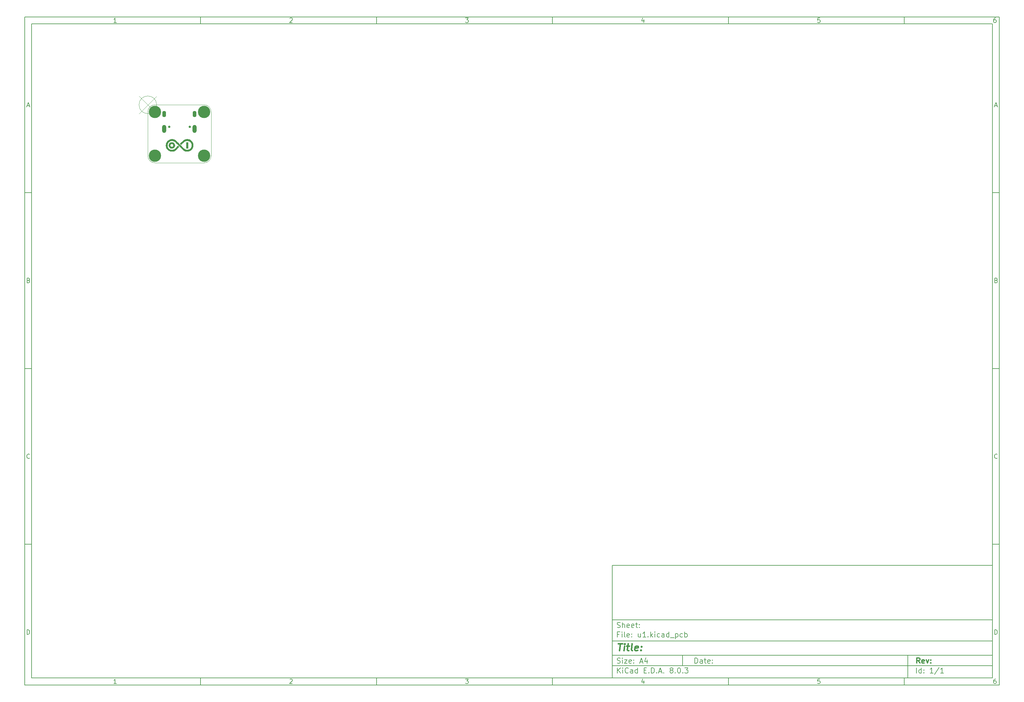
<source format=gbs>
%TF.GenerationSoftware,KiCad,Pcbnew,8.0.3*%
%TF.CreationDate,2024-08-04T17:04:02+08:00*%
%TF.ProjectId,u1,75312e6b-6963-4616-945f-706362585858,rev?*%
%TF.SameCoordinates,PX2aea540PY2160ec0*%
%TF.FileFunction,Soldermask,Bot*%
%TF.FilePolarity,Negative*%
%FSLAX46Y46*%
G04 Gerber Fmt 4.6, Leading zero omitted, Abs format (unit mm)*
G04 Created by KiCad (PCBNEW 8.0.3) date 2024-08-04 17:04:02*
%MOMM*%
%LPD*%
G01*
G04 APERTURE LIST*
%ADD10C,0.100000*%
%ADD11C,0.150000*%
%ADD12C,0.300000*%
%ADD13C,0.400000*%
%ADD14C,0.010000*%
%ADD15C,3.500000*%
%ADD16C,0.650000*%
%ADD17O,1.200000X2.300000*%
%ADD18O,1.100000X1.800000*%
%TA.AperFunction,Profile*%
%ADD19C,0.050000*%
%TD*%
G04 APERTURE END LIST*
D10*
D11*
X132002200Y-131007200D02*
X240002200Y-131007200D01*
X240002200Y-163007200D01*
X132002200Y-163007200D01*
X132002200Y-131007200D01*
D10*
D11*
X-35000000Y25000000D02*
X242002200Y25000000D01*
X242002200Y-165007200D01*
X-35000000Y-165007200D01*
X-35000000Y25000000D01*
D10*
D11*
X-33000000Y23000000D02*
X240002200Y23000000D01*
X240002200Y-163007200D01*
X-33000000Y-163007200D01*
X-33000000Y23000000D01*
D10*
D11*
X15000000Y23000000D02*
X15000000Y25000000D01*
D10*
D11*
X65000000Y23000000D02*
X65000000Y25000000D01*
D10*
D11*
X115000000Y23000000D02*
X115000000Y25000000D01*
D10*
D11*
X165000000Y23000000D02*
X165000000Y25000000D01*
D10*
D11*
X215000000Y23000000D02*
X215000000Y25000000D01*
D10*
D11*
X-8910840Y23406396D02*
X-9653697Y23406396D01*
X-9282269Y23406396D02*
X-9282269Y24706396D01*
X-9282269Y24706396D02*
X-9406078Y24520681D01*
X-9406078Y24520681D02*
X-9529888Y24396872D01*
X-9529888Y24396872D02*
X-9653697Y24334967D01*
D10*
D11*
X40346303Y24582586D02*
X40408207Y24644491D01*
X40408207Y24644491D02*
X40532017Y24706396D01*
X40532017Y24706396D02*
X40841541Y24706396D01*
X40841541Y24706396D02*
X40965350Y24644491D01*
X40965350Y24644491D02*
X41027255Y24582586D01*
X41027255Y24582586D02*
X41089160Y24458777D01*
X41089160Y24458777D02*
X41089160Y24334967D01*
X41089160Y24334967D02*
X41027255Y24149253D01*
X41027255Y24149253D02*
X40284398Y23406396D01*
X40284398Y23406396D02*
X41089160Y23406396D01*
D10*
D11*
X90284398Y24706396D02*
X91089160Y24706396D01*
X91089160Y24706396D02*
X90655826Y24211158D01*
X90655826Y24211158D02*
X90841541Y24211158D01*
X90841541Y24211158D02*
X90965350Y24149253D01*
X90965350Y24149253D02*
X91027255Y24087348D01*
X91027255Y24087348D02*
X91089160Y23963539D01*
X91089160Y23963539D02*
X91089160Y23654015D01*
X91089160Y23654015D02*
X91027255Y23530205D01*
X91027255Y23530205D02*
X90965350Y23468300D01*
X90965350Y23468300D02*
X90841541Y23406396D01*
X90841541Y23406396D02*
X90470112Y23406396D01*
X90470112Y23406396D02*
X90346303Y23468300D01*
X90346303Y23468300D02*
X90284398Y23530205D01*
D10*
D11*
X140965350Y24273062D02*
X140965350Y23406396D01*
X140655826Y24768300D02*
X140346303Y23839729D01*
X140346303Y23839729D02*
X141151064Y23839729D01*
D10*
D11*
X191027255Y24706396D02*
X190408207Y24706396D01*
X190408207Y24706396D02*
X190346303Y24087348D01*
X190346303Y24087348D02*
X190408207Y24149253D01*
X190408207Y24149253D02*
X190532017Y24211158D01*
X190532017Y24211158D02*
X190841541Y24211158D01*
X190841541Y24211158D02*
X190965350Y24149253D01*
X190965350Y24149253D02*
X191027255Y24087348D01*
X191027255Y24087348D02*
X191089160Y23963539D01*
X191089160Y23963539D02*
X191089160Y23654015D01*
X191089160Y23654015D02*
X191027255Y23530205D01*
X191027255Y23530205D02*
X190965350Y23468300D01*
X190965350Y23468300D02*
X190841541Y23406396D01*
X190841541Y23406396D02*
X190532017Y23406396D01*
X190532017Y23406396D02*
X190408207Y23468300D01*
X190408207Y23468300D02*
X190346303Y23530205D01*
D10*
D11*
X240965350Y24706396D02*
X240717731Y24706396D01*
X240717731Y24706396D02*
X240593922Y24644491D01*
X240593922Y24644491D02*
X240532017Y24582586D01*
X240532017Y24582586D02*
X240408207Y24396872D01*
X240408207Y24396872D02*
X240346303Y24149253D01*
X240346303Y24149253D02*
X240346303Y23654015D01*
X240346303Y23654015D02*
X240408207Y23530205D01*
X240408207Y23530205D02*
X240470112Y23468300D01*
X240470112Y23468300D02*
X240593922Y23406396D01*
X240593922Y23406396D02*
X240841541Y23406396D01*
X240841541Y23406396D02*
X240965350Y23468300D01*
X240965350Y23468300D02*
X241027255Y23530205D01*
X241027255Y23530205D02*
X241089160Y23654015D01*
X241089160Y23654015D02*
X241089160Y23963539D01*
X241089160Y23963539D02*
X241027255Y24087348D01*
X241027255Y24087348D02*
X240965350Y24149253D01*
X240965350Y24149253D02*
X240841541Y24211158D01*
X240841541Y24211158D02*
X240593922Y24211158D01*
X240593922Y24211158D02*
X240470112Y24149253D01*
X240470112Y24149253D02*
X240408207Y24087348D01*
X240408207Y24087348D02*
X240346303Y23963539D01*
D10*
D11*
X15000000Y-163007200D02*
X15000000Y-165007200D01*
D10*
D11*
X65000000Y-163007200D02*
X65000000Y-165007200D01*
D10*
D11*
X115000000Y-163007200D02*
X115000000Y-165007200D01*
D10*
D11*
X165000000Y-163007200D02*
X165000000Y-165007200D01*
D10*
D11*
X215000000Y-163007200D02*
X215000000Y-165007200D01*
D10*
D11*
X-8910840Y-164600804D02*
X-9653697Y-164600804D01*
X-9282269Y-164600804D02*
X-9282269Y-163300804D01*
X-9282269Y-163300804D02*
X-9406078Y-163486519D01*
X-9406078Y-163486519D02*
X-9529888Y-163610328D01*
X-9529888Y-163610328D02*
X-9653697Y-163672233D01*
D10*
D11*
X40346303Y-163424614D02*
X40408207Y-163362709D01*
X40408207Y-163362709D02*
X40532017Y-163300804D01*
X40532017Y-163300804D02*
X40841541Y-163300804D01*
X40841541Y-163300804D02*
X40965350Y-163362709D01*
X40965350Y-163362709D02*
X41027255Y-163424614D01*
X41027255Y-163424614D02*
X41089160Y-163548423D01*
X41089160Y-163548423D02*
X41089160Y-163672233D01*
X41089160Y-163672233D02*
X41027255Y-163857947D01*
X41027255Y-163857947D02*
X40284398Y-164600804D01*
X40284398Y-164600804D02*
X41089160Y-164600804D01*
D10*
D11*
X90284398Y-163300804D02*
X91089160Y-163300804D01*
X91089160Y-163300804D02*
X90655826Y-163796042D01*
X90655826Y-163796042D02*
X90841541Y-163796042D01*
X90841541Y-163796042D02*
X90965350Y-163857947D01*
X90965350Y-163857947D02*
X91027255Y-163919852D01*
X91027255Y-163919852D02*
X91089160Y-164043661D01*
X91089160Y-164043661D02*
X91089160Y-164353185D01*
X91089160Y-164353185D02*
X91027255Y-164476995D01*
X91027255Y-164476995D02*
X90965350Y-164538900D01*
X90965350Y-164538900D02*
X90841541Y-164600804D01*
X90841541Y-164600804D02*
X90470112Y-164600804D01*
X90470112Y-164600804D02*
X90346303Y-164538900D01*
X90346303Y-164538900D02*
X90284398Y-164476995D01*
D10*
D11*
X140965350Y-163734138D02*
X140965350Y-164600804D01*
X140655826Y-163238900D02*
X140346303Y-164167471D01*
X140346303Y-164167471D02*
X141151064Y-164167471D01*
D10*
D11*
X191027255Y-163300804D02*
X190408207Y-163300804D01*
X190408207Y-163300804D02*
X190346303Y-163919852D01*
X190346303Y-163919852D02*
X190408207Y-163857947D01*
X190408207Y-163857947D02*
X190532017Y-163796042D01*
X190532017Y-163796042D02*
X190841541Y-163796042D01*
X190841541Y-163796042D02*
X190965350Y-163857947D01*
X190965350Y-163857947D02*
X191027255Y-163919852D01*
X191027255Y-163919852D02*
X191089160Y-164043661D01*
X191089160Y-164043661D02*
X191089160Y-164353185D01*
X191089160Y-164353185D02*
X191027255Y-164476995D01*
X191027255Y-164476995D02*
X190965350Y-164538900D01*
X190965350Y-164538900D02*
X190841541Y-164600804D01*
X190841541Y-164600804D02*
X190532017Y-164600804D01*
X190532017Y-164600804D02*
X190408207Y-164538900D01*
X190408207Y-164538900D02*
X190346303Y-164476995D01*
D10*
D11*
X240965350Y-163300804D02*
X240717731Y-163300804D01*
X240717731Y-163300804D02*
X240593922Y-163362709D01*
X240593922Y-163362709D02*
X240532017Y-163424614D01*
X240532017Y-163424614D02*
X240408207Y-163610328D01*
X240408207Y-163610328D02*
X240346303Y-163857947D01*
X240346303Y-163857947D02*
X240346303Y-164353185D01*
X240346303Y-164353185D02*
X240408207Y-164476995D01*
X240408207Y-164476995D02*
X240470112Y-164538900D01*
X240470112Y-164538900D02*
X240593922Y-164600804D01*
X240593922Y-164600804D02*
X240841541Y-164600804D01*
X240841541Y-164600804D02*
X240965350Y-164538900D01*
X240965350Y-164538900D02*
X241027255Y-164476995D01*
X241027255Y-164476995D02*
X241089160Y-164353185D01*
X241089160Y-164353185D02*
X241089160Y-164043661D01*
X241089160Y-164043661D02*
X241027255Y-163919852D01*
X241027255Y-163919852D02*
X240965350Y-163857947D01*
X240965350Y-163857947D02*
X240841541Y-163796042D01*
X240841541Y-163796042D02*
X240593922Y-163796042D01*
X240593922Y-163796042D02*
X240470112Y-163857947D01*
X240470112Y-163857947D02*
X240408207Y-163919852D01*
X240408207Y-163919852D02*
X240346303Y-164043661D01*
D10*
D11*
X-35000000Y-25000000D02*
X-33000000Y-25000000D01*
D10*
D11*
X-35000000Y-75000000D02*
X-33000000Y-75000000D01*
D10*
D11*
X-35000000Y-125000000D02*
X-33000000Y-125000000D01*
D10*
D11*
X-34309524Y-222176D02*
X-33690477Y-222176D01*
X-34433334Y-593604D02*
X-34000001Y706396D01*
X-34000001Y706396D02*
X-33566667Y-593604D01*
D10*
D11*
X-33907143Y-49912652D02*
X-33721429Y-49974557D01*
X-33721429Y-49974557D02*
X-33659524Y-50036461D01*
X-33659524Y-50036461D02*
X-33597620Y-50160271D01*
X-33597620Y-50160271D02*
X-33597620Y-50345985D01*
X-33597620Y-50345985D02*
X-33659524Y-50469795D01*
X-33659524Y-50469795D02*
X-33721429Y-50531700D01*
X-33721429Y-50531700D02*
X-33845239Y-50593604D01*
X-33845239Y-50593604D02*
X-34340477Y-50593604D01*
X-34340477Y-50593604D02*
X-34340477Y-49293604D01*
X-34340477Y-49293604D02*
X-33907143Y-49293604D01*
X-33907143Y-49293604D02*
X-33783334Y-49355509D01*
X-33783334Y-49355509D02*
X-33721429Y-49417414D01*
X-33721429Y-49417414D02*
X-33659524Y-49541223D01*
X-33659524Y-49541223D02*
X-33659524Y-49665033D01*
X-33659524Y-49665033D02*
X-33721429Y-49788842D01*
X-33721429Y-49788842D02*
X-33783334Y-49850747D01*
X-33783334Y-49850747D02*
X-33907143Y-49912652D01*
X-33907143Y-49912652D02*
X-34340477Y-49912652D01*
D10*
D11*
X-33597620Y-100469795D02*
X-33659524Y-100531700D01*
X-33659524Y-100531700D02*
X-33845239Y-100593604D01*
X-33845239Y-100593604D02*
X-33969048Y-100593604D01*
X-33969048Y-100593604D02*
X-34154762Y-100531700D01*
X-34154762Y-100531700D02*
X-34278572Y-100407890D01*
X-34278572Y-100407890D02*
X-34340477Y-100284080D01*
X-34340477Y-100284080D02*
X-34402381Y-100036461D01*
X-34402381Y-100036461D02*
X-34402381Y-99850747D01*
X-34402381Y-99850747D02*
X-34340477Y-99603128D01*
X-34340477Y-99603128D02*
X-34278572Y-99479319D01*
X-34278572Y-99479319D02*
X-34154762Y-99355509D01*
X-34154762Y-99355509D02*
X-33969048Y-99293604D01*
X-33969048Y-99293604D02*
X-33845239Y-99293604D01*
X-33845239Y-99293604D02*
X-33659524Y-99355509D01*
X-33659524Y-99355509D02*
X-33597620Y-99417414D01*
D10*
D11*
X-34340477Y-150593604D02*
X-34340477Y-149293604D01*
X-34340477Y-149293604D02*
X-34030953Y-149293604D01*
X-34030953Y-149293604D02*
X-33845239Y-149355509D01*
X-33845239Y-149355509D02*
X-33721429Y-149479319D01*
X-33721429Y-149479319D02*
X-33659524Y-149603128D01*
X-33659524Y-149603128D02*
X-33597620Y-149850747D01*
X-33597620Y-149850747D02*
X-33597620Y-150036461D01*
X-33597620Y-150036461D02*
X-33659524Y-150284080D01*
X-33659524Y-150284080D02*
X-33721429Y-150407890D01*
X-33721429Y-150407890D02*
X-33845239Y-150531700D01*
X-33845239Y-150531700D02*
X-34030953Y-150593604D01*
X-34030953Y-150593604D02*
X-34340477Y-150593604D01*
D10*
D11*
X242002200Y-25000000D02*
X240002200Y-25000000D01*
D10*
D11*
X242002200Y-75000000D02*
X240002200Y-75000000D01*
D10*
D11*
X242002200Y-125000000D02*
X240002200Y-125000000D01*
D10*
D11*
X240692676Y-222176D02*
X241311723Y-222176D01*
X240568866Y-593604D02*
X241002199Y706396D01*
X241002199Y706396D02*
X241435533Y-593604D01*
D10*
D11*
X241095057Y-49912652D02*
X241280771Y-49974557D01*
X241280771Y-49974557D02*
X241342676Y-50036461D01*
X241342676Y-50036461D02*
X241404580Y-50160271D01*
X241404580Y-50160271D02*
X241404580Y-50345985D01*
X241404580Y-50345985D02*
X241342676Y-50469795D01*
X241342676Y-50469795D02*
X241280771Y-50531700D01*
X241280771Y-50531700D02*
X241156961Y-50593604D01*
X241156961Y-50593604D02*
X240661723Y-50593604D01*
X240661723Y-50593604D02*
X240661723Y-49293604D01*
X240661723Y-49293604D02*
X241095057Y-49293604D01*
X241095057Y-49293604D02*
X241218866Y-49355509D01*
X241218866Y-49355509D02*
X241280771Y-49417414D01*
X241280771Y-49417414D02*
X241342676Y-49541223D01*
X241342676Y-49541223D02*
X241342676Y-49665033D01*
X241342676Y-49665033D02*
X241280771Y-49788842D01*
X241280771Y-49788842D02*
X241218866Y-49850747D01*
X241218866Y-49850747D02*
X241095057Y-49912652D01*
X241095057Y-49912652D02*
X240661723Y-49912652D01*
D10*
D11*
X241404580Y-100469795D02*
X241342676Y-100531700D01*
X241342676Y-100531700D02*
X241156961Y-100593604D01*
X241156961Y-100593604D02*
X241033152Y-100593604D01*
X241033152Y-100593604D02*
X240847438Y-100531700D01*
X240847438Y-100531700D02*
X240723628Y-100407890D01*
X240723628Y-100407890D02*
X240661723Y-100284080D01*
X240661723Y-100284080D02*
X240599819Y-100036461D01*
X240599819Y-100036461D02*
X240599819Y-99850747D01*
X240599819Y-99850747D02*
X240661723Y-99603128D01*
X240661723Y-99603128D02*
X240723628Y-99479319D01*
X240723628Y-99479319D02*
X240847438Y-99355509D01*
X240847438Y-99355509D02*
X241033152Y-99293604D01*
X241033152Y-99293604D02*
X241156961Y-99293604D01*
X241156961Y-99293604D02*
X241342676Y-99355509D01*
X241342676Y-99355509D02*
X241404580Y-99417414D01*
D10*
D11*
X240661723Y-150593604D02*
X240661723Y-149293604D01*
X240661723Y-149293604D02*
X240971247Y-149293604D01*
X240971247Y-149293604D02*
X241156961Y-149355509D01*
X241156961Y-149355509D02*
X241280771Y-149479319D01*
X241280771Y-149479319D02*
X241342676Y-149603128D01*
X241342676Y-149603128D02*
X241404580Y-149850747D01*
X241404580Y-149850747D02*
X241404580Y-150036461D01*
X241404580Y-150036461D02*
X241342676Y-150284080D01*
X241342676Y-150284080D02*
X241280771Y-150407890D01*
X241280771Y-150407890D02*
X241156961Y-150531700D01*
X241156961Y-150531700D02*
X240971247Y-150593604D01*
X240971247Y-150593604D02*
X240661723Y-150593604D01*
D10*
D11*
X155458026Y-158793328D02*
X155458026Y-157293328D01*
X155458026Y-157293328D02*
X155815169Y-157293328D01*
X155815169Y-157293328D02*
X156029455Y-157364757D01*
X156029455Y-157364757D02*
X156172312Y-157507614D01*
X156172312Y-157507614D02*
X156243741Y-157650471D01*
X156243741Y-157650471D02*
X156315169Y-157936185D01*
X156315169Y-157936185D02*
X156315169Y-158150471D01*
X156315169Y-158150471D02*
X156243741Y-158436185D01*
X156243741Y-158436185D02*
X156172312Y-158579042D01*
X156172312Y-158579042D02*
X156029455Y-158721900D01*
X156029455Y-158721900D02*
X155815169Y-158793328D01*
X155815169Y-158793328D02*
X155458026Y-158793328D01*
X157600884Y-158793328D02*
X157600884Y-158007614D01*
X157600884Y-158007614D02*
X157529455Y-157864757D01*
X157529455Y-157864757D02*
X157386598Y-157793328D01*
X157386598Y-157793328D02*
X157100884Y-157793328D01*
X157100884Y-157793328D02*
X156958026Y-157864757D01*
X157600884Y-158721900D02*
X157458026Y-158793328D01*
X157458026Y-158793328D02*
X157100884Y-158793328D01*
X157100884Y-158793328D02*
X156958026Y-158721900D01*
X156958026Y-158721900D02*
X156886598Y-158579042D01*
X156886598Y-158579042D02*
X156886598Y-158436185D01*
X156886598Y-158436185D02*
X156958026Y-158293328D01*
X156958026Y-158293328D02*
X157100884Y-158221900D01*
X157100884Y-158221900D02*
X157458026Y-158221900D01*
X157458026Y-158221900D02*
X157600884Y-158150471D01*
X158100884Y-157793328D02*
X158672312Y-157793328D01*
X158315169Y-157293328D02*
X158315169Y-158579042D01*
X158315169Y-158579042D02*
X158386598Y-158721900D01*
X158386598Y-158721900D02*
X158529455Y-158793328D01*
X158529455Y-158793328D02*
X158672312Y-158793328D01*
X159743741Y-158721900D02*
X159600884Y-158793328D01*
X159600884Y-158793328D02*
X159315170Y-158793328D01*
X159315170Y-158793328D02*
X159172312Y-158721900D01*
X159172312Y-158721900D02*
X159100884Y-158579042D01*
X159100884Y-158579042D02*
X159100884Y-158007614D01*
X159100884Y-158007614D02*
X159172312Y-157864757D01*
X159172312Y-157864757D02*
X159315170Y-157793328D01*
X159315170Y-157793328D02*
X159600884Y-157793328D01*
X159600884Y-157793328D02*
X159743741Y-157864757D01*
X159743741Y-157864757D02*
X159815170Y-158007614D01*
X159815170Y-158007614D02*
X159815170Y-158150471D01*
X159815170Y-158150471D02*
X159100884Y-158293328D01*
X160458026Y-158650471D02*
X160529455Y-158721900D01*
X160529455Y-158721900D02*
X160458026Y-158793328D01*
X160458026Y-158793328D02*
X160386598Y-158721900D01*
X160386598Y-158721900D02*
X160458026Y-158650471D01*
X160458026Y-158650471D02*
X160458026Y-158793328D01*
X160458026Y-157864757D02*
X160529455Y-157936185D01*
X160529455Y-157936185D02*
X160458026Y-158007614D01*
X160458026Y-158007614D02*
X160386598Y-157936185D01*
X160386598Y-157936185D02*
X160458026Y-157864757D01*
X160458026Y-157864757D02*
X160458026Y-158007614D01*
D10*
D11*
X132002200Y-159507200D02*
X240002200Y-159507200D01*
D10*
D11*
X133458026Y-161593328D02*
X133458026Y-160093328D01*
X134315169Y-161593328D02*
X133672312Y-160736185D01*
X134315169Y-160093328D02*
X133458026Y-160950471D01*
X134958026Y-161593328D02*
X134958026Y-160593328D01*
X134958026Y-160093328D02*
X134886598Y-160164757D01*
X134886598Y-160164757D02*
X134958026Y-160236185D01*
X134958026Y-160236185D02*
X135029455Y-160164757D01*
X135029455Y-160164757D02*
X134958026Y-160093328D01*
X134958026Y-160093328D02*
X134958026Y-160236185D01*
X136529455Y-161450471D02*
X136458027Y-161521900D01*
X136458027Y-161521900D02*
X136243741Y-161593328D01*
X136243741Y-161593328D02*
X136100884Y-161593328D01*
X136100884Y-161593328D02*
X135886598Y-161521900D01*
X135886598Y-161521900D02*
X135743741Y-161379042D01*
X135743741Y-161379042D02*
X135672312Y-161236185D01*
X135672312Y-161236185D02*
X135600884Y-160950471D01*
X135600884Y-160950471D02*
X135600884Y-160736185D01*
X135600884Y-160736185D02*
X135672312Y-160450471D01*
X135672312Y-160450471D02*
X135743741Y-160307614D01*
X135743741Y-160307614D02*
X135886598Y-160164757D01*
X135886598Y-160164757D02*
X136100884Y-160093328D01*
X136100884Y-160093328D02*
X136243741Y-160093328D01*
X136243741Y-160093328D02*
X136458027Y-160164757D01*
X136458027Y-160164757D02*
X136529455Y-160236185D01*
X137815170Y-161593328D02*
X137815170Y-160807614D01*
X137815170Y-160807614D02*
X137743741Y-160664757D01*
X137743741Y-160664757D02*
X137600884Y-160593328D01*
X137600884Y-160593328D02*
X137315170Y-160593328D01*
X137315170Y-160593328D02*
X137172312Y-160664757D01*
X137815170Y-161521900D02*
X137672312Y-161593328D01*
X137672312Y-161593328D02*
X137315170Y-161593328D01*
X137315170Y-161593328D02*
X137172312Y-161521900D01*
X137172312Y-161521900D02*
X137100884Y-161379042D01*
X137100884Y-161379042D02*
X137100884Y-161236185D01*
X137100884Y-161236185D02*
X137172312Y-161093328D01*
X137172312Y-161093328D02*
X137315170Y-161021900D01*
X137315170Y-161021900D02*
X137672312Y-161021900D01*
X137672312Y-161021900D02*
X137815170Y-160950471D01*
X139172313Y-161593328D02*
X139172313Y-160093328D01*
X139172313Y-161521900D02*
X139029455Y-161593328D01*
X139029455Y-161593328D02*
X138743741Y-161593328D01*
X138743741Y-161593328D02*
X138600884Y-161521900D01*
X138600884Y-161521900D02*
X138529455Y-161450471D01*
X138529455Y-161450471D02*
X138458027Y-161307614D01*
X138458027Y-161307614D02*
X138458027Y-160879042D01*
X138458027Y-160879042D02*
X138529455Y-160736185D01*
X138529455Y-160736185D02*
X138600884Y-160664757D01*
X138600884Y-160664757D02*
X138743741Y-160593328D01*
X138743741Y-160593328D02*
X139029455Y-160593328D01*
X139029455Y-160593328D02*
X139172313Y-160664757D01*
X141029455Y-160807614D02*
X141529455Y-160807614D01*
X141743741Y-161593328D02*
X141029455Y-161593328D01*
X141029455Y-161593328D02*
X141029455Y-160093328D01*
X141029455Y-160093328D02*
X141743741Y-160093328D01*
X142386598Y-161450471D02*
X142458027Y-161521900D01*
X142458027Y-161521900D02*
X142386598Y-161593328D01*
X142386598Y-161593328D02*
X142315170Y-161521900D01*
X142315170Y-161521900D02*
X142386598Y-161450471D01*
X142386598Y-161450471D02*
X142386598Y-161593328D01*
X143100884Y-161593328D02*
X143100884Y-160093328D01*
X143100884Y-160093328D02*
X143458027Y-160093328D01*
X143458027Y-160093328D02*
X143672313Y-160164757D01*
X143672313Y-160164757D02*
X143815170Y-160307614D01*
X143815170Y-160307614D02*
X143886599Y-160450471D01*
X143886599Y-160450471D02*
X143958027Y-160736185D01*
X143958027Y-160736185D02*
X143958027Y-160950471D01*
X143958027Y-160950471D02*
X143886599Y-161236185D01*
X143886599Y-161236185D02*
X143815170Y-161379042D01*
X143815170Y-161379042D02*
X143672313Y-161521900D01*
X143672313Y-161521900D02*
X143458027Y-161593328D01*
X143458027Y-161593328D02*
X143100884Y-161593328D01*
X144600884Y-161450471D02*
X144672313Y-161521900D01*
X144672313Y-161521900D02*
X144600884Y-161593328D01*
X144600884Y-161593328D02*
X144529456Y-161521900D01*
X144529456Y-161521900D02*
X144600884Y-161450471D01*
X144600884Y-161450471D02*
X144600884Y-161593328D01*
X145243742Y-161164757D02*
X145958028Y-161164757D01*
X145100885Y-161593328D02*
X145600885Y-160093328D01*
X145600885Y-160093328D02*
X146100885Y-161593328D01*
X146600884Y-161450471D02*
X146672313Y-161521900D01*
X146672313Y-161521900D02*
X146600884Y-161593328D01*
X146600884Y-161593328D02*
X146529456Y-161521900D01*
X146529456Y-161521900D02*
X146600884Y-161450471D01*
X146600884Y-161450471D02*
X146600884Y-161593328D01*
X148672313Y-160736185D02*
X148529456Y-160664757D01*
X148529456Y-160664757D02*
X148458027Y-160593328D01*
X148458027Y-160593328D02*
X148386599Y-160450471D01*
X148386599Y-160450471D02*
X148386599Y-160379042D01*
X148386599Y-160379042D02*
X148458027Y-160236185D01*
X148458027Y-160236185D02*
X148529456Y-160164757D01*
X148529456Y-160164757D02*
X148672313Y-160093328D01*
X148672313Y-160093328D02*
X148958027Y-160093328D01*
X148958027Y-160093328D02*
X149100885Y-160164757D01*
X149100885Y-160164757D02*
X149172313Y-160236185D01*
X149172313Y-160236185D02*
X149243742Y-160379042D01*
X149243742Y-160379042D02*
X149243742Y-160450471D01*
X149243742Y-160450471D02*
X149172313Y-160593328D01*
X149172313Y-160593328D02*
X149100885Y-160664757D01*
X149100885Y-160664757D02*
X148958027Y-160736185D01*
X148958027Y-160736185D02*
X148672313Y-160736185D01*
X148672313Y-160736185D02*
X148529456Y-160807614D01*
X148529456Y-160807614D02*
X148458027Y-160879042D01*
X148458027Y-160879042D02*
X148386599Y-161021900D01*
X148386599Y-161021900D02*
X148386599Y-161307614D01*
X148386599Y-161307614D02*
X148458027Y-161450471D01*
X148458027Y-161450471D02*
X148529456Y-161521900D01*
X148529456Y-161521900D02*
X148672313Y-161593328D01*
X148672313Y-161593328D02*
X148958027Y-161593328D01*
X148958027Y-161593328D02*
X149100885Y-161521900D01*
X149100885Y-161521900D02*
X149172313Y-161450471D01*
X149172313Y-161450471D02*
X149243742Y-161307614D01*
X149243742Y-161307614D02*
X149243742Y-161021900D01*
X149243742Y-161021900D02*
X149172313Y-160879042D01*
X149172313Y-160879042D02*
X149100885Y-160807614D01*
X149100885Y-160807614D02*
X148958027Y-160736185D01*
X149886598Y-161450471D02*
X149958027Y-161521900D01*
X149958027Y-161521900D02*
X149886598Y-161593328D01*
X149886598Y-161593328D02*
X149815170Y-161521900D01*
X149815170Y-161521900D02*
X149886598Y-161450471D01*
X149886598Y-161450471D02*
X149886598Y-161593328D01*
X150886599Y-160093328D02*
X151029456Y-160093328D01*
X151029456Y-160093328D02*
X151172313Y-160164757D01*
X151172313Y-160164757D02*
X151243742Y-160236185D01*
X151243742Y-160236185D02*
X151315170Y-160379042D01*
X151315170Y-160379042D02*
X151386599Y-160664757D01*
X151386599Y-160664757D02*
X151386599Y-161021900D01*
X151386599Y-161021900D02*
X151315170Y-161307614D01*
X151315170Y-161307614D02*
X151243742Y-161450471D01*
X151243742Y-161450471D02*
X151172313Y-161521900D01*
X151172313Y-161521900D02*
X151029456Y-161593328D01*
X151029456Y-161593328D02*
X150886599Y-161593328D01*
X150886599Y-161593328D02*
X150743742Y-161521900D01*
X150743742Y-161521900D02*
X150672313Y-161450471D01*
X150672313Y-161450471D02*
X150600884Y-161307614D01*
X150600884Y-161307614D02*
X150529456Y-161021900D01*
X150529456Y-161021900D02*
X150529456Y-160664757D01*
X150529456Y-160664757D02*
X150600884Y-160379042D01*
X150600884Y-160379042D02*
X150672313Y-160236185D01*
X150672313Y-160236185D02*
X150743742Y-160164757D01*
X150743742Y-160164757D02*
X150886599Y-160093328D01*
X152029455Y-161450471D02*
X152100884Y-161521900D01*
X152100884Y-161521900D02*
X152029455Y-161593328D01*
X152029455Y-161593328D02*
X151958027Y-161521900D01*
X151958027Y-161521900D02*
X152029455Y-161450471D01*
X152029455Y-161450471D02*
X152029455Y-161593328D01*
X152600884Y-160093328D02*
X153529456Y-160093328D01*
X153529456Y-160093328D02*
X153029456Y-160664757D01*
X153029456Y-160664757D02*
X153243741Y-160664757D01*
X153243741Y-160664757D02*
X153386599Y-160736185D01*
X153386599Y-160736185D02*
X153458027Y-160807614D01*
X153458027Y-160807614D02*
X153529456Y-160950471D01*
X153529456Y-160950471D02*
X153529456Y-161307614D01*
X153529456Y-161307614D02*
X153458027Y-161450471D01*
X153458027Y-161450471D02*
X153386599Y-161521900D01*
X153386599Y-161521900D02*
X153243741Y-161593328D01*
X153243741Y-161593328D02*
X152815170Y-161593328D01*
X152815170Y-161593328D02*
X152672313Y-161521900D01*
X152672313Y-161521900D02*
X152600884Y-161450471D01*
D10*
D11*
X132002200Y-156507200D02*
X240002200Y-156507200D01*
D10*
D12*
X219413853Y-158785528D02*
X218913853Y-158071242D01*
X218556710Y-158785528D02*
X218556710Y-157285528D01*
X218556710Y-157285528D02*
X219128139Y-157285528D01*
X219128139Y-157285528D02*
X219270996Y-157356957D01*
X219270996Y-157356957D02*
X219342425Y-157428385D01*
X219342425Y-157428385D02*
X219413853Y-157571242D01*
X219413853Y-157571242D02*
X219413853Y-157785528D01*
X219413853Y-157785528D02*
X219342425Y-157928385D01*
X219342425Y-157928385D02*
X219270996Y-157999814D01*
X219270996Y-157999814D02*
X219128139Y-158071242D01*
X219128139Y-158071242D02*
X218556710Y-158071242D01*
X220628139Y-158714100D02*
X220485282Y-158785528D01*
X220485282Y-158785528D02*
X220199568Y-158785528D01*
X220199568Y-158785528D02*
X220056710Y-158714100D01*
X220056710Y-158714100D02*
X219985282Y-158571242D01*
X219985282Y-158571242D02*
X219985282Y-157999814D01*
X219985282Y-157999814D02*
X220056710Y-157856957D01*
X220056710Y-157856957D02*
X220199568Y-157785528D01*
X220199568Y-157785528D02*
X220485282Y-157785528D01*
X220485282Y-157785528D02*
X220628139Y-157856957D01*
X220628139Y-157856957D02*
X220699568Y-157999814D01*
X220699568Y-157999814D02*
X220699568Y-158142671D01*
X220699568Y-158142671D02*
X219985282Y-158285528D01*
X221199567Y-157785528D02*
X221556710Y-158785528D01*
X221556710Y-158785528D02*
X221913853Y-157785528D01*
X222485281Y-158642671D02*
X222556710Y-158714100D01*
X222556710Y-158714100D02*
X222485281Y-158785528D01*
X222485281Y-158785528D02*
X222413853Y-158714100D01*
X222413853Y-158714100D02*
X222485281Y-158642671D01*
X222485281Y-158642671D02*
X222485281Y-158785528D01*
X222485281Y-157856957D02*
X222556710Y-157928385D01*
X222556710Y-157928385D02*
X222485281Y-157999814D01*
X222485281Y-157999814D02*
X222413853Y-157928385D01*
X222413853Y-157928385D02*
X222485281Y-157856957D01*
X222485281Y-157856957D02*
X222485281Y-157999814D01*
D10*
D11*
X133386598Y-158721900D02*
X133600884Y-158793328D01*
X133600884Y-158793328D02*
X133958026Y-158793328D01*
X133958026Y-158793328D02*
X134100884Y-158721900D01*
X134100884Y-158721900D02*
X134172312Y-158650471D01*
X134172312Y-158650471D02*
X134243741Y-158507614D01*
X134243741Y-158507614D02*
X134243741Y-158364757D01*
X134243741Y-158364757D02*
X134172312Y-158221900D01*
X134172312Y-158221900D02*
X134100884Y-158150471D01*
X134100884Y-158150471D02*
X133958026Y-158079042D01*
X133958026Y-158079042D02*
X133672312Y-158007614D01*
X133672312Y-158007614D02*
X133529455Y-157936185D01*
X133529455Y-157936185D02*
X133458026Y-157864757D01*
X133458026Y-157864757D02*
X133386598Y-157721900D01*
X133386598Y-157721900D02*
X133386598Y-157579042D01*
X133386598Y-157579042D02*
X133458026Y-157436185D01*
X133458026Y-157436185D02*
X133529455Y-157364757D01*
X133529455Y-157364757D02*
X133672312Y-157293328D01*
X133672312Y-157293328D02*
X134029455Y-157293328D01*
X134029455Y-157293328D02*
X134243741Y-157364757D01*
X134886597Y-158793328D02*
X134886597Y-157793328D01*
X134886597Y-157293328D02*
X134815169Y-157364757D01*
X134815169Y-157364757D02*
X134886597Y-157436185D01*
X134886597Y-157436185D02*
X134958026Y-157364757D01*
X134958026Y-157364757D02*
X134886597Y-157293328D01*
X134886597Y-157293328D02*
X134886597Y-157436185D01*
X135458026Y-157793328D02*
X136243741Y-157793328D01*
X136243741Y-157793328D02*
X135458026Y-158793328D01*
X135458026Y-158793328D02*
X136243741Y-158793328D01*
X137386598Y-158721900D02*
X137243741Y-158793328D01*
X137243741Y-158793328D02*
X136958027Y-158793328D01*
X136958027Y-158793328D02*
X136815169Y-158721900D01*
X136815169Y-158721900D02*
X136743741Y-158579042D01*
X136743741Y-158579042D02*
X136743741Y-158007614D01*
X136743741Y-158007614D02*
X136815169Y-157864757D01*
X136815169Y-157864757D02*
X136958027Y-157793328D01*
X136958027Y-157793328D02*
X137243741Y-157793328D01*
X137243741Y-157793328D02*
X137386598Y-157864757D01*
X137386598Y-157864757D02*
X137458027Y-158007614D01*
X137458027Y-158007614D02*
X137458027Y-158150471D01*
X137458027Y-158150471D02*
X136743741Y-158293328D01*
X138100883Y-158650471D02*
X138172312Y-158721900D01*
X138172312Y-158721900D02*
X138100883Y-158793328D01*
X138100883Y-158793328D02*
X138029455Y-158721900D01*
X138029455Y-158721900D02*
X138100883Y-158650471D01*
X138100883Y-158650471D02*
X138100883Y-158793328D01*
X138100883Y-157864757D02*
X138172312Y-157936185D01*
X138172312Y-157936185D02*
X138100883Y-158007614D01*
X138100883Y-158007614D02*
X138029455Y-157936185D01*
X138029455Y-157936185D02*
X138100883Y-157864757D01*
X138100883Y-157864757D02*
X138100883Y-158007614D01*
X139886598Y-158364757D02*
X140600884Y-158364757D01*
X139743741Y-158793328D02*
X140243741Y-157293328D01*
X140243741Y-157293328D02*
X140743741Y-158793328D01*
X141886598Y-157793328D02*
X141886598Y-158793328D01*
X141529455Y-157221900D02*
X141172312Y-158293328D01*
X141172312Y-158293328D02*
X142100883Y-158293328D01*
D10*
D11*
X218458026Y-161593328D02*
X218458026Y-160093328D01*
X219815170Y-161593328D02*
X219815170Y-160093328D01*
X219815170Y-161521900D02*
X219672312Y-161593328D01*
X219672312Y-161593328D02*
X219386598Y-161593328D01*
X219386598Y-161593328D02*
X219243741Y-161521900D01*
X219243741Y-161521900D02*
X219172312Y-161450471D01*
X219172312Y-161450471D02*
X219100884Y-161307614D01*
X219100884Y-161307614D02*
X219100884Y-160879042D01*
X219100884Y-160879042D02*
X219172312Y-160736185D01*
X219172312Y-160736185D02*
X219243741Y-160664757D01*
X219243741Y-160664757D02*
X219386598Y-160593328D01*
X219386598Y-160593328D02*
X219672312Y-160593328D01*
X219672312Y-160593328D02*
X219815170Y-160664757D01*
X220529455Y-161450471D02*
X220600884Y-161521900D01*
X220600884Y-161521900D02*
X220529455Y-161593328D01*
X220529455Y-161593328D02*
X220458027Y-161521900D01*
X220458027Y-161521900D02*
X220529455Y-161450471D01*
X220529455Y-161450471D02*
X220529455Y-161593328D01*
X220529455Y-160664757D02*
X220600884Y-160736185D01*
X220600884Y-160736185D02*
X220529455Y-160807614D01*
X220529455Y-160807614D02*
X220458027Y-160736185D01*
X220458027Y-160736185D02*
X220529455Y-160664757D01*
X220529455Y-160664757D02*
X220529455Y-160807614D01*
X223172313Y-161593328D02*
X222315170Y-161593328D01*
X222743741Y-161593328D02*
X222743741Y-160093328D01*
X222743741Y-160093328D02*
X222600884Y-160307614D01*
X222600884Y-160307614D02*
X222458027Y-160450471D01*
X222458027Y-160450471D02*
X222315170Y-160521900D01*
X224886598Y-160021900D02*
X223600884Y-161950471D01*
X226172313Y-161593328D02*
X225315170Y-161593328D01*
X225743741Y-161593328D02*
X225743741Y-160093328D01*
X225743741Y-160093328D02*
X225600884Y-160307614D01*
X225600884Y-160307614D02*
X225458027Y-160450471D01*
X225458027Y-160450471D02*
X225315170Y-160521900D01*
D10*
D11*
X132002200Y-152507200D02*
X240002200Y-152507200D01*
D10*
D13*
X133693928Y-153211638D02*
X134836785Y-153211638D01*
X134015357Y-155211638D02*
X134265357Y-153211638D01*
X135253452Y-155211638D02*
X135420119Y-153878304D01*
X135503452Y-153211638D02*
X135396309Y-153306876D01*
X135396309Y-153306876D02*
X135479643Y-153402114D01*
X135479643Y-153402114D02*
X135586786Y-153306876D01*
X135586786Y-153306876D02*
X135503452Y-153211638D01*
X135503452Y-153211638D02*
X135479643Y-153402114D01*
X136086786Y-153878304D02*
X136848690Y-153878304D01*
X136455833Y-153211638D02*
X136241548Y-154925923D01*
X136241548Y-154925923D02*
X136312976Y-155116400D01*
X136312976Y-155116400D02*
X136491548Y-155211638D01*
X136491548Y-155211638D02*
X136682024Y-155211638D01*
X137634405Y-155211638D02*
X137455833Y-155116400D01*
X137455833Y-155116400D02*
X137384405Y-154925923D01*
X137384405Y-154925923D02*
X137598690Y-153211638D01*
X139170119Y-155116400D02*
X138967738Y-155211638D01*
X138967738Y-155211638D02*
X138586785Y-155211638D01*
X138586785Y-155211638D02*
X138408214Y-155116400D01*
X138408214Y-155116400D02*
X138336785Y-154925923D01*
X138336785Y-154925923D02*
X138432024Y-154164019D01*
X138432024Y-154164019D02*
X138551071Y-153973542D01*
X138551071Y-153973542D02*
X138753452Y-153878304D01*
X138753452Y-153878304D02*
X139134404Y-153878304D01*
X139134404Y-153878304D02*
X139312976Y-153973542D01*
X139312976Y-153973542D02*
X139384404Y-154164019D01*
X139384404Y-154164019D02*
X139360595Y-154354495D01*
X139360595Y-154354495D02*
X138384404Y-154544971D01*
X140134405Y-155021161D02*
X140217738Y-155116400D01*
X140217738Y-155116400D02*
X140110595Y-155211638D01*
X140110595Y-155211638D02*
X140027262Y-155116400D01*
X140027262Y-155116400D02*
X140134405Y-155021161D01*
X140134405Y-155021161D02*
X140110595Y-155211638D01*
X140265357Y-153973542D02*
X140348690Y-154068780D01*
X140348690Y-154068780D02*
X140241548Y-154164019D01*
X140241548Y-154164019D02*
X140158214Y-154068780D01*
X140158214Y-154068780D02*
X140265357Y-153973542D01*
X140265357Y-153973542D02*
X140241548Y-154164019D01*
D10*
D11*
X133958026Y-150607614D02*
X133458026Y-150607614D01*
X133458026Y-151393328D02*
X133458026Y-149893328D01*
X133458026Y-149893328D02*
X134172312Y-149893328D01*
X134743740Y-151393328D02*
X134743740Y-150393328D01*
X134743740Y-149893328D02*
X134672312Y-149964757D01*
X134672312Y-149964757D02*
X134743740Y-150036185D01*
X134743740Y-150036185D02*
X134815169Y-149964757D01*
X134815169Y-149964757D02*
X134743740Y-149893328D01*
X134743740Y-149893328D02*
X134743740Y-150036185D01*
X135672312Y-151393328D02*
X135529455Y-151321900D01*
X135529455Y-151321900D02*
X135458026Y-151179042D01*
X135458026Y-151179042D02*
X135458026Y-149893328D01*
X136815169Y-151321900D02*
X136672312Y-151393328D01*
X136672312Y-151393328D02*
X136386598Y-151393328D01*
X136386598Y-151393328D02*
X136243740Y-151321900D01*
X136243740Y-151321900D02*
X136172312Y-151179042D01*
X136172312Y-151179042D02*
X136172312Y-150607614D01*
X136172312Y-150607614D02*
X136243740Y-150464757D01*
X136243740Y-150464757D02*
X136386598Y-150393328D01*
X136386598Y-150393328D02*
X136672312Y-150393328D01*
X136672312Y-150393328D02*
X136815169Y-150464757D01*
X136815169Y-150464757D02*
X136886598Y-150607614D01*
X136886598Y-150607614D02*
X136886598Y-150750471D01*
X136886598Y-150750471D02*
X136172312Y-150893328D01*
X137529454Y-151250471D02*
X137600883Y-151321900D01*
X137600883Y-151321900D02*
X137529454Y-151393328D01*
X137529454Y-151393328D02*
X137458026Y-151321900D01*
X137458026Y-151321900D02*
X137529454Y-151250471D01*
X137529454Y-151250471D02*
X137529454Y-151393328D01*
X137529454Y-150464757D02*
X137600883Y-150536185D01*
X137600883Y-150536185D02*
X137529454Y-150607614D01*
X137529454Y-150607614D02*
X137458026Y-150536185D01*
X137458026Y-150536185D02*
X137529454Y-150464757D01*
X137529454Y-150464757D02*
X137529454Y-150607614D01*
X140029455Y-150393328D02*
X140029455Y-151393328D01*
X139386597Y-150393328D02*
X139386597Y-151179042D01*
X139386597Y-151179042D02*
X139458026Y-151321900D01*
X139458026Y-151321900D02*
X139600883Y-151393328D01*
X139600883Y-151393328D02*
X139815169Y-151393328D01*
X139815169Y-151393328D02*
X139958026Y-151321900D01*
X139958026Y-151321900D02*
X140029455Y-151250471D01*
X141529455Y-151393328D02*
X140672312Y-151393328D01*
X141100883Y-151393328D02*
X141100883Y-149893328D01*
X141100883Y-149893328D02*
X140958026Y-150107614D01*
X140958026Y-150107614D02*
X140815169Y-150250471D01*
X140815169Y-150250471D02*
X140672312Y-150321900D01*
X142172311Y-151250471D02*
X142243740Y-151321900D01*
X142243740Y-151321900D02*
X142172311Y-151393328D01*
X142172311Y-151393328D02*
X142100883Y-151321900D01*
X142100883Y-151321900D02*
X142172311Y-151250471D01*
X142172311Y-151250471D02*
X142172311Y-151393328D01*
X142886597Y-151393328D02*
X142886597Y-149893328D01*
X143029455Y-150821900D02*
X143458026Y-151393328D01*
X143458026Y-150393328D02*
X142886597Y-150964757D01*
X144100883Y-151393328D02*
X144100883Y-150393328D01*
X144100883Y-149893328D02*
X144029455Y-149964757D01*
X144029455Y-149964757D02*
X144100883Y-150036185D01*
X144100883Y-150036185D02*
X144172312Y-149964757D01*
X144172312Y-149964757D02*
X144100883Y-149893328D01*
X144100883Y-149893328D02*
X144100883Y-150036185D01*
X145458027Y-151321900D02*
X145315169Y-151393328D01*
X145315169Y-151393328D02*
X145029455Y-151393328D01*
X145029455Y-151393328D02*
X144886598Y-151321900D01*
X144886598Y-151321900D02*
X144815169Y-151250471D01*
X144815169Y-151250471D02*
X144743741Y-151107614D01*
X144743741Y-151107614D02*
X144743741Y-150679042D01*
X144743741Y-150679042D02*
X144815169Y-150536185D01*
X144815169Y-150536185D02*
X144886598Y-150464757D01*
X144886598Y-150464757D02*
X145029455Y-150393328D01*
X145029455Y-150393328D02*
X145315169Y-150393328D01*
X145315169Y-150393328D02*
X145458027Y-150464757D01*
X146743741Y-151393328D02*
X146743741Y-150607614D01*
X146743741Y-150607614D02*
X146672312Y-150464757D01*
X146672312Y-150464757D02*
X146529455Y-150393328D01*
X146529455Y-150393328D02*
X146243741Y-150393328D01*
X146243741Y-150393328D02*
X146100883Y-150464757D01*
X146743741Y-151321900D02*
X146600883Y-151393328D01*
X146600883Y-151393328D02*
X146243741Y-151393328D01*
X146243741Y-151393328D02*
X146100883Y-151321900D01*
X146100883Y-151321900D02*
X146029455Y-151179042D01*
X146029455Y-151179042D02*
X146029455Y-151036185D01*
X146029455Y-151036185D02*
X146100883Y-150893328D01*
X146100883Y-150893328D02*
X146243741Y-150821900D01*
X146243741Y-150821900D02*
X146600883Y-150821900D01*
X146600883Y-150821900D02*
X146743741Y-150750471D01*
X148100884Y-151393328D02*
X148100884Y-149893328D01*
X148100884Y-151321900D02*
X147958026Y-151393328D01*
X147958026Y-151393328D02*
X147672312Y-151393328D01*
X147672312Y-151393328D02*
X147529455Y-151321900D01*
X147529455Y-151321900D02*
X147458026Y-151250471D01*
X147458026Y-151250471D02*
X147386598Y-151107614D01*
X147386598Y-151107614D02*
X147386598Y-150679042D01*
X147386598Y-150679042D02*
X147458026Y-150536185D01*
X147458026Y-150536185D02*
X147529455Y-150464757D01*
X147529455Y-150464757D02*
X147672312Y-150393328D01*
X147672312Y-150393328D02*
X147958026Y-150393328D01*
X147958026Y-150393328D02*
X148100884Y-150464757D01*
X148458027Y-151536185D02*
X149600884Y-151536185D01*
X149958026Y-150393328D02*
X149958026Y-151893328D01*
X149958026Y-150464757D02*
X150100884Y-150393328D01*
X150100884Y-150393328D02*
X150386598Y-150393328D01*
X150386598Y-150393328D02*
X150529455Y-150464757D01*
X150529455Y-150464757D02*
X150600884Y-150536185D01*
X150600884Y-150536185D02*
X150672312Y-150679042D01*
X150672312Y-150679042D02*
X150672312Y-151107614D01*
X150672312Y-151107614D02*
X150600884Y-151250471D01*
X150600884Y-151250471D02*
X150529455Y-151321900D01*
X150529455Y-151321900D02*
X150386598Y-151393328D01*
X150386598Y-151393328D02*
X150100884Y-151393328D01*
X150100884Y-151393328D02*
X149958026Y-151321900D01*
X151958027Y-151321900D02*
X151815169Y-151393328D01*
X151815169Y-151393328D02*
X151529455Y-151393328D01*
X151529455Y-151393328D02*
X151386598Y-151321900D01*
X151386598Y-151321900D02*
X151315169Y-151250471D01*
X151315169Y-151250471D02*
X151243741Y-151107614D01*
X151243741Y-151107614D02*
X151243741Y-150679042D01*
X151243741Y-150679042D02*
X151315169Y-150536185D01*
X151315169Y-150536185D02*
X151386598Y-150464757D01*
X151386598Y-150464757D02*
X151529455Y-150393328D01*
X151529455Y-150393328D02*
X151815169Y-150393328D01*
X151815169Y-150393328D02*
X151958027Y-150464757D01*
X152600883Y-151393328D02*
X152600883Y-149893328D01*
X152600883Y-150464757D02*
X152743741Y-150393328D01*
X152743741Y-150393328D02*
X153029455Y-150393328D01*
X153029455Y-150393328D02*
X153172312Y-150464757D01*
X153172312Y-150464757D02*
X153243741Y-150536185D01*
X153243741Y-150536185D02*
X153315169Y-150679042D01*
X153315169Y-150679042D02*
X153315169Y-151107614D01*
X153315169Y-151107614D02*
X153243741Y-151250471D01*
X153243741Y-151250471D02*
X153172312Y-151321900D01*
X153172312Y-151321900D02*
X153029455Y-151393328D01*
X153029455Y-151393328D02*
X152743741Y-151393328D01*
X152743741Y-151393328D02*
X152600883Y-151321900D01*
D10*
D11*
X132002200Y-146507200D02*
X240002200Y-146507200D01*
D10*
D11*
X133386598Y-148621900D02*
X133600884Y-148693328D01*
X133600884Y-148693328D02*
X133958026Y-148693328D01*
X133958026Y-148693328D02*
X134100884Y-148621900D01*
X134100884Y-148621900D02*
X134172312Y-148550471D01*
X134172312Y-148550471D02*
X134243741Y-148407614D01*
X134243741Y-148407614D02*
X134243741Y-148264757D01*
X134243741Y-148264757D02*
X134172312Y-148121900D01*
X134172312Y-148121900D02*
X134100884Y-148050471D01*
X134100884Y-148050471D02*
X133958026Y-147979042D01*
X133958026Y-147979042D02*
X133672312Y-147907614D01*
X133672312Y-147907614D02*
X133529455Y-147836185D01*
X133529455Y-147836185D02*
X133458026Y-147764757D01*
X133458026Y-147764757D02*
X133386598Y-147621900D01*
X133386598Y-147621900D02*
X133386598Y-147479042D01*
X133386598Y-147479042D02*
X133458026Y-147336185D01*
X133458026Y-147336185D02*
X133529455Y-147264757D01*
X133529455Y-147264757D02*
X133672312Y-147193328D01*
X133672312Y-147193328D02*
X134029455Y-147193328D01*
X134029455Y-147193328D02*
X134243741Y-147264757D01*
X134886597Y-148693328D02*
X134886597Y-147193328D01*
X135529455Y-148693328D02*
X135529455Y-147907614D01*
X135529455Y-147907614D02*
X135458026Y-147764757D01*
X135458026Y-147764757D02*
X135315169Y-147693328D01*
X135315169Y-147693328D02*
X135100883Y-147693328D01*
X135100883Y-147693328D02*
X134958026Y-147764757D01*
X134958026Y-147764757D02*
X134886597Y-147836185D01*
X136815169Y-148621900D02*
X136672312Y-148693328D01*
X136672312Y-148693328D02*
X136386598Y-148693328D01*
X136386598Y-148693328D02*
X136243740Y-148621900D01*
X136243740Y-148621900D02*
X136172312Y-148479042D01*
X136172312Y-148479042D02*
X136172312Y-147907614D01*
X136172312Y-147907614D02*
X136243740Y-147764757D01*
X136243740Y-147764757D02*
X136386598Y-147693328D01*
X136386598Y-147693328D02*
X136672312Y-147693328D01*
X136672312Y-147693328D02*
X136815169Y-147764757D01*
X136815169Y-147764757D02*
X136886598Y-147907614D01*
X136886598Y-147907614D02*
X136886598Y-148050471D01*
X136886598Y-148050471D02*
X136172312Y-148193328D01*
X138100883Y-148621900D02*
X137958026Y-148693328D01*
X137958026Y-148693328D02*
X137672312Y-148693328D01*
X137672312Y-148693328D02*
X137529454Y-148621900D01*
X137529454Y-148621900D02*
X137458026Y-148479042D01*
X137458026Y-148479042D02*
X137458026Y-147907614D01*
X137458026Y-147907614D02*
X137529454Y-147764757D01*
X137529454Y-147764757D02*
X137672312Y-147693328D01*
X137672312Y-147693328D02*
X137958026Y-147693328D01*
X137958026Y-147693328D02*
X138100883Y-147764757D01*
X138100883Y-147764757D02*
X138172312Y-147907614D01*
X138172312Y-147907614D02*
X138172312Y-148050471D01*
X138172312Y-148050471D02*
X137458026Y-148193328D01*
X138600883Y-147693328D02*
X139172311Y-147693328D01*
X138815168Y-147193328D02*
X138815168Y-148479042D01*
X138815168Y-148479042D02*
X138886597Y-148621900D01*
X138886597Y-148621900D02*
X139029454Y-148693328D01*
X139029454Y-148693328D02*
X139172311Y-148693328D01*
X139672311Y-148550471D02*
X139743740Y-148621900D01*
X139743740Y-148621900D02*
X139672311Y-148693328D01*
X139672311Y-148693328D02*
X139600883Y-148621900D01*
X139600883Y-148621900D02*
X139672311Y-148550471D01*
X139672311Y-148550471D02*
X139672311Y-148693328D01*
X139672311Y-147764757D02*
X139743740Y-147836185D01*
X139743740Y-147836185D02*
X139672311Y-147907614D01*
X139672311Y-147907614D02*
X139600883Y-147836185D01*
X139600883Y-147836185D02*
X139672311Y-147764757D01*
X139672311Y-147764757D02*
X139672311Y-147907614D01*
D10*
D11*
X152002200Y-156507200D02*
X152002200Y-159507200D01*
D10*
D11*
X216002200Y-156507200D02*
X216002200Y-163007200D01*
D14*
%TO.C,G\u002A\u002A\u002A*%
X11378364Y-12365909D02*
X10939637Y-12365909D01*
X10939637Y-10634091D01*
X11378364Y-10634091D01*
X11378364Y-12365909D01*
G36*
X11378364Y-12365909D02*
G01*
X10939637Y-12365909D01*
X10939637Y-10634091D01*
X11378364Y-10634091D01*
X11378364Y-12365909D01*
G37*
X7663530Y-11528514D02*
X7656134Y-11631464D01*
X7639122Y-11722674D01*
X7594247Y-11849244D01*
X7529125Y-11968410D01*
X7446502Y-12076043D01*
X7348594Y-12170021D01*
X7237617Y-12248220D01*
X7115786Y-12308520D01*
X6985319Y-12348797D01*
X6932358Y-12357450D01*
X6850644Y-12363563D01*
X6762949Y-12363898D01*
X6678517Y-12358489D01*
X6606598Y-12347372D01*
X6500585Y-12316282D01*
X6376562Y-12259282D01*
X6263501Y-12183843D01*
X6163432Y-12091888D01*
X6078386Y-11985340D01*
X6010392Y-11866124D01*
X5961481Y-11736161D01*
X5945791Y-11664540D01*
X5935086Y-11563464D01*
X5934779Y-11529249D01*
X6361245Y-11529249D01*
X6375507Y-11614502D01*
X6406993Y-11695890D01*
X6455714Y-11770545D01*
X6521677Y-11835598D01*
X6604892Y-11888181D01*
X6635286Y-11902646D01*
X6680964Y-11920448D01*
X6723853Y-11930007D01*
X6774563Y-11934202D01*
X6821001Y-11934541D01*
X6867692Y-11931923D01*
X6901793Y-11926842D01*
X6927124Y-11919427D01*
X7008721Y-11881583D01*
X7083994Y-11826388D01*
X7147699Y-11758236D01*
X7194590Y-11681522D01*
X7201997Y-11665096D01*
X7215505Y-11629939D01*
X7223312Y-11596127D01*
X7226906Y-11555525D01*
X7227773Y-11500000D01*
X7227656Y-11475261D01*
X7225866Y-11426741D01*
X7220750Y-11389860D01*
X7210820Y-11356483D01*
X7194590Y-11318478D01*
X7170826Y-11275347D01*
X7115528Y-11205090D01*
X7046852Y-11144113D01*
X6970917Y-11098439D01*
X6969193Y-11097640D01*
X6931827Y-11082187D01*
X6896821Y-11073009D01*
X6855710Y-11068565D01*
X6800032Y-11067314D01*
X6760757Y-11067531D01*
X6719666Y-11069928D01*
X6686332Y-11076578D01*
X6651839Y-11089488D01*
X6607269Y-11110663D01*
X6548012Y-11145402D01*
X6476278Y-11206954D01*
X6421726Y-11278983D01*
X6384364Y-11358621D01*
X6364201Y-11442999D01*
X6361245Y-11529249D01*
X5934779Y-11529249D01*
X5934132Y-11457180D01*
X5942931Y-11354400D01*
X5961481Y-11263838D01*
X5974802Y-11221351D01*
X6030739Y-11091660D01*
X6105448Y-10974813D01*
X6197823Y-10872105D01*
X6306755Y-10784833D01*
X6431137Y-10714291D01*
X6526958Y-10675134D01*
X6623673Y-10649320D01*
X6725344Y-10637122D01*
X6839729Y-10637073D01*
X6877549Y-10639317D01*
X7001554Y-10656078D01*
X7112873Y-10688006D01*
X7215720Y-10736988D01*
X7314307Y-10804909D01*
X7412849Y-10893655D01*
X7474586Y-10960355D01*
X7546305Y-11058066D01*
X7600148Y-11162022D01*
X7639122Y-11277326D01*
X7649473Y-11324395D01*
X7661309Y-11423073D01*
X7662930Y-11500000D01*
X7663530Y-11528514D01*
G36*
X7663530Y-11528514D02*
G01*
X7656134Y-11631464D01*
X7639122Y-11722674D01*
X7594247Y-11849244D01*
X7529125Y-11968410D01*
X7446502Y-12076043D01*
X7348594Y-12170021D01*
X7237617Y-12248220D01*
X7115786Y-12308520D01*
X6985319Y-12348797D01*
X6932358Y-12357450D01*
X6850644Y-12363563D01*
X6762949Y-12363898D01*
X6678517Y-12358489D01*
X6606598Y-12347372D01*
X6500585Y-12316282D01*
X6376562Y-12259282D01*
X6263501Y-12183843D01*
X6163432Y-12091888D01*
X6078386Y-11985340D01*
X6010392Y-11866124D01*
X5961481Y-11736161D01*
X5945791Y-11664540D01*
X5935086Y-11563464D01*
X5934779Y-11529249D01*
X6361245Y-11529249D01*
X6375507Y-11614502D01*
X6406993Y-11695890D01*
X6455714Y-11770545D01*
X6521677Y-11835598D01*
X6604892Y-11888181D01*
X6635286Y-11902646D01*
X6680964Y-11920448D01*
X6723853Y-11930007D01*
X6774563Y-11934202D01*
X6821001Y-11934541D01*
X6867692Y-11931923D01*
X6901793Y-11926842D01*
X6927124Y-11919427D01*
X7008721Y-11881583D01*
X7083994Y-11826388D01*
X7147699Y-11758236D01*
X7194590Y-11681522D01*
X7201997Y-11665096D01*
X7215505Y-11629939D01*
X7223312Y-11596127D01*
X7226906Y-11555525D01*
X7227773Y-11500000D01*
X7227656Y-11475261D01*
X7225866Y-11426741D01*
X7220750Y-11389860D01*
X7210820Y-11356483D01*
X7194590Y-11318478D01*
X7170826Y-11275347D01*
X7115528Y-11205090D01*
X7046852Y-11144113D01*
X6970917Y-11098439D01*
X6969193Y-11097640D01*
X6931827Y-11082187D01*
X6896821Y-11073009D01*
X6855710Y-11068565D01*
X6800032Y-11067314D01*
X6760757Y-11067531D01*
X6719666Y-11069928D01*
X6686332Y-11076578D01*
X6651839Y-11089488D01*
X6607269Y-11110663D01*
X6548012Y-11145402D01*
X6476278Y-11206954D01*
X6421726Y-11278983D01*
X6384364Y-11358621D01*
X6364201Y-11442999D01*
X6361245Y-11529249D01*
X5934779Y-11529249D01*
X5934132Y-11457180D01*
X5942931Y-11354400D01*
X5961481Y-11263838D01*
X5974802Y-11221351D01*
X6030739Y-11091660D01*
X6105448Y-10974813D01*
X6197823Y-10872105D01*
X6306755Y-10784833D01*
X6431137Y-10714291D01*
X6526958Y-10675134D01*
X6623673Y-10649320D01*
X6725344Y-10637122D01*
X6839729Y-10637073D01*
X6877549Y-10639317D01*
X7001554Y-10656078D01*
X7112873Y-10688006D01*
X7215720Y-10736988D01*
X7314307Y-10804909D01*
X7412849Y-10893655D01*
X7474586Y-10960355D01*
X7546305Y-11058066D01*
X7600148Y-11162022D01*
X7639122Y-11277326D01*
X7649473Y-11324395D01*
X7661309Y-11423073D01*
X7662930Y-11500000D01*
X7663530Y-11528514D01*
G37*
X11352165Y-9769923D02*
X11543506Y-9802168D01*
X11729691Y-9855760D01*
X11908989Y-9930065D01*
X12079669Y-10024449D01*
X12239999Y-10138279D01*
X12388248Y-10270919D01*
X12408600Y-10291603D01*
X12538089Y-10440284D01*
X12647102Y-10598578D01*
X12736895Y-10768517D01*
X12808722Y-10952135D01*
X12831075Y-11023277D01*
X12860874Y-11138440D01*
X12880529Y-11250692D01*
X12891358Y-11368416D01*
X12894676Y-11500000D01*
X12893599Y-11578193D01*
X12886103Y-11700747D01*
X12870335Y-11814286D01*
X12844980Y-11927197D01*
X12808722Y-12047864D01*
X12799463Y-12075154D01*
X12725133Y-12256683D01*
X12632657Y-12424824D01*
X12520780Y-12581612D01*
X12388248Y-12729080D01*
X12242996Y-12859453D01*
X12081384Y-12974760D01*
X11908832Y-13070300D01*
X11726752Y-13145393D01*
X11536558Y-13199364D01*
X11339664Y-13231534D01*
X11218330Y-13239647D01*
X11034224Y-13235373D01*
X10849940Y-13212268D01*
X10669802Y-13171167D01*
X10498138Y-13112906D01*
X10339273Y-13038320D01*
X10324062Y-13030011D01*
X10294947Y-13013963D01*
X10267522Y-12998357D01*
X10240882Y-12982358D01*
X10214127Y-12965128D01*
X10186354Y-12945829D01*
X10156661Y-12923625D01*
X10124144Y-12897679D01*
X10087903Y-12867154D01*
X10047034Y-12831212D01*
X10000635Y-12789017D01*
X9947805Y-12739732D01*
X9887640Y-12682519D01*
X9819238Y-12616542D01*
X9741697Y-12540962D01*
X9654116Y-12454945D01*
X9555590Y-12357651D01*
X9445219Y-12248245D01*
X9322099Y-12125890D01*
X9185329Y-11989747D01*
X9034006Y-11838981D01*
X8867228Y-11672753D01*
X8723173Y-11529288D01*
X8566525Y-11373574D01*
X8419318Y-11227567D01*
X8282172Y-11091873D01*
X8155708Y-10967101D01*
X8040546Y-10853857D01*
X7937307Y-10752750D01*
X7846611Y-10664386D01*
X7769079Y-10589374D01*
X7705332Y-10528320D01*
X7655989Y-10481833D01*
X7621672Y-10450520D01*
X7603000Y-10434988D01*
X7496982Y-10367330D01*
X7342622Y-10290759D01*
X7182398Y-10236396D01*
X7015471Y-10203973D01*
X6841000Y-10193225D01*
X6702134Y-10199637D01*
X6548593Y-10224253D01*
X6399994Y-10268565D01*
X6250872Y-10333875D01*
X6197164Y-10362361D01*
X6057431Y-10452246D01*
X5932768Y-10558140D01*
X5819955Y-10682648D01*
X5765950Y-10757786D01*
X5707409Y-10855599D01*
X5653412Y-10962055D01*
X5607727Y-11069669D01*
X5574124Y-11170954D01*
X5565856Y-11201712D01*
X5556632Y-11240317D01*
X5550186Y-11276586D01*
X5546027Y-11315604D01*
X5543664Y-11362455D01*
X5542606Y-11422226D01*
X5542362Y-11500000D01*
X5542467Y-11555980D01*
X5543222Y-11620752D01*
X5545131Y-11671040D01*
X5548685Y-11711928D01*
X5554374Y-11748502D01*
X5562690Y-11785846D01*
X5574124Y-11829045D01*
X5604126Y-11920774D01*
X5648871Y-12028123D01*
X5702270Y-12134993D01*
X5760555Y-12233898D01*
X5819955Y-12317351D01*
X5858622Y-12363359D01*
X5980694Y-12484777D01*
X6117630Y-12589286D01*
X6267486Y-12675526D01*
X6428312Y-12742139D01*
X6491193Y-12761417D01*
X6645443Y-12793017D01*
X6805904Y-12805822D01*
X6968286Y-12800122D01*
X7128297Y-12776208D01*
X7281647Y-12734369D01*
X7424046Y-12674894D01*
X7463507Y-12654420D01*
X7501337Y-12633099D01*
X7538480Y-12609847D01*
X7576620Y-12583207D01*
X7617442Y-12551724D01*
X7662631Y-12513940D01*
X7713871Y-12468400D01*
X7772847Y-12413647D01*
X7841243Y-12348224D01*
X7920744Y-12270676D01*
X8013035Y-12179545D01*
X8119799Y-12073375D01*
X8573097Y-11621615D01*
X8725935Y-11774676D01*
X8878773Y-11927738D01*
X8411182Y-12392723D01*
X8360962Y-12442627D01*
X8259352Y-12543245D01*
X8171425Y-12629590D01*
X8095437Y-12703161D01*
X8029641Y-12765462D01*
X7972292Y-12817993D01*
X7921644Y-12862257D01*
X7875952Y-12899755D01*
X7833470Y-12931989D01*
X7792452Y-12960461D01*
X7751153Y-12986673D01*
X7707827Y-13012125D01*
X7660728Y-13038320D01*
X7518876Y-13105751D01*
X7351547Y-13164458D01*
X7173504Y-13207385D01*
X6988934Y-13233318D01*
X6842600Y-13240340D01*
X6647836Y-13230076D01*
X6456495Y-13197831D01*
X6270310Y-13144239D01*
X6091012Y-13069934D01*
X5920332Y-12975550D01*
X5760002Y-12861720D01*
X5611753Y-12729080D01*
X5591401Y-12708396D01*
X5461912Y-12559715D01*
X5352899Y-12401421D01*
X5263106Y-12231482D01*
X5191279Y-12047864D01*
X5168926Y-11976722D01*
X5139127Y-11861559D01*
X5119472Y-11749308D01*
X5108643Y-11631583D01*
X5105325Y-11500000D01*
X5106402Y-11421807D01*
X5113898Y-11299253D01*
X5129666Y-11185713D01*
X5155021Y-11072802D01*
X5191279Y-10952135D01*
X5200538Y-10924845D01*
X5274868Y-10743317D01*
X5367344Y-10575175D01*
X5479221Y-10418387D01*
X5611753Y-10270919D01*
X5634318Y-10248659D01*
X5764497Y-10133561D01*
X5901806Y-10035450D01*
X6053338Y-9949157D01*
X6129364Y-9912272D01*
X6263094Y-9857578D01*
X6398586Y-9816273D01*
X6542504Y-9786479D01*
X6701509Y-9766316D01*
X6801174Y-9760371D01*
X6978801Y-9765459D01*
X7158604Y-9789160D01*
X7335550Y-9830447D01*
X7504602Y-9888295D01*
X7660728Y-9961679D01*
X7676171Y-9970115D01*
X7705292Y-9986166D01*
X7732721Y-10001772D01*
X7759362Y-10017772D01*
X7786116Y-10035000D01*
X7813887Y-10054296D01*
X7843576Y-10076496D01*
X7876085Y-10102437D01*
X7912318Y-10132956D01*
X7953177Y-10168890D01*
X7999564Y-10211077D01*
X8052382Y-10260354D01*
X8112532Y-10317558D01*
X8180918Y-10383525D01*
X8258442Y-10459094D01*
X8346006Y-10545100D01*
X8444513Y-10642382D01*
X8554865Y-10751777D01*
X8677965Y-10874121D01*
X8814714Y-11010252D01*
X8966016Y-11161007D01*
X9132773Y-11327223D01*
X9274660Y-11468540D01*
X9431765Y-11624722D01*
X9579357Y-11771123D01*
X9716821Y-11907144D01*
X9843544Y-12032183D01*
X9958913Y-12145639D01*
X10062312Y-12246911D01*
X10153130Y-12335399D01*
X10230751Y-12410501D01*
X10294563Y-12471616D01*
X10343951Y-12518144D01*
X10378301Y-12549484D01*
X10397000Y-12565034D01*
X10503101Y-12632719D01*
X10657471Y-12709276D01*
X10817673Y-12763623D01*
X10984564Y-12796031D01*
X11159000Y-12806774D01*
X11297867Y-12800363D01*
X11451408Y-12775746D01*
X11600007Y-12731434D01*
X11749129Y-12666125D01*
X11802837Y-12637638D01*
X11942570Y-12547753D01*
X12067233Y-12441859D01*
X12180046Y-12317351D01*
X12234051Y-12242213D01*
X12292592Y-12144400D01*
X12346589Y-12037944D01*
X12392274Y-11930330D01*
X12425877Y-11829045D01*
X12434145Y-11798287D01*
X12443369Y-11759682D01*
X12449815Y-11723413D01*
X12453974Y-11684395D01*
X12456337Y-11637544D01*
X12457395Y-11577774D01*
X12457639Y-11500000D01*
X12457534Y-11444019D01*
X12456779Y-11379247D01*
X12454870Y-11328959D01*
X12451316Y-11288071D01*
X12445627Y-11251497D01*
X12437311Y-11214154D01*
X12425877Y-11170954D01*
X12395875Y-11079225D01*
X12351130Y-10971876D01*
X12297731Y-10865006D01*
X12239446Y-10766101D01*
X12180046Y-10682648D01*
X12082336Y-10573521D01*
X11953621Y-10460567D01*
X11812669Y-10366402D01*
X11661105Y-10291806D01*
X11500555Y-10237558D01*
X11332645Y-10204438D01*
X11159001Y-10193225D01*
X11034934Y-10198584D01*
X10865793Y-10224636D01*
X10703625Y-10272560D01*
X10547628Y-10342609D01*
X10397000Y-10435039D01*
X10388682Y-10441369D01*
X10359400Y-10466401D01*
X10316487Y-10505297D01*
X10261758Y-10556329D01*
X10197029Y-10617765D01*
X10124116Y-10687878D01*
X10044834Y-10764935D01*
X9960999Y-10847207D01*
X9874427Y-10932965D01*
X9426899Y-11378381D01*
X9274064Y-11225321D01*
X9121228Y-11072261D01*
X9588819Y-10607277D01*
X9639039Y-10557372D01*
X9740649Y-10456754D01*
X9828576Y-10370410D01*
X9904564Y-10296838D01*
X9970360Y-10234537D01*
X10027709Y-10182006D01*
X10078357Y-10137742D01*
X10124049Y-10100244D01*
X10166531Y-10068010D01*
X10207549Y-10039538D01*
X10248848Y-10013327D01*
X10292174Y-9987874D01*
X10339273Y-9961679D01*
X10481125Y-9894248D01*
X10648454Y-9835541D01*
X10826497Y-9792614D01*
X11011067Y-9766681D01*
X11157401Y-9759659D01*
X11352165Y-9769923D01*
G36*
X11352165Y-9769923D02*
G01*
X11543506Y-9802168D01*
X11729691Y-9855760D01*
X11908989Y-9930065D01*
X12079669Y-10024449D01*
X12239999Y-10138279D01*
X12388248Y-10270919D01*
X12408600Y-10291603D01*
X12538089Y-10440284D01*
X12647102Y-10598578D01*
X12736895Y-10768517D01*
X12808722Y-10952135D01*
X12831075Y-11023277D01*
X12860874Y-11138440D01*
X12880529Y-11250692D01*
X12891358Y-11368416D01*
X12894676Y-11500000D01*
X12893599Y-11578193D01*
X12886103Y-11700747D01*
X12870335Y-11814286D01*
X12844980Y-11927197D01*
X12808722Y-12047864D01*
X12799463Y-12075154D01*
X12725133Y-12256683D01*
X12632657Y-12424824D01*
X12520780Y-12581612D01*
X12388248Y-12729080D01*
X12242996Y-12859453D01*
X12081384Y-12974760D01*
X11908832Y-13070300D01*
X11726752Y-13145393D01*
X11536558Y-13199364D01*
X11339664Y-13231534D01*
X11218330Y-13239647D01*
X11034224Y-13235373D01*
X10849940Y-13212268D01*
X10669802Y-13171167D01*
X10498138Y-13112906D01*
X10339273Y-13038320D01*
X10324062Y-13030011D01*
X10294947Y-13013963D01*
X10267522Y-12998357D01*
X10240882Y-12982358D01*
X10214127Y-12965128D01*
X10186354Y-12945829D01*
X10156661Y-12923625D01*
X10124144Y-12897679D01*
X10087903Y-12867154D01*
X10047034Y-12831212D01*
X10000635Y-12789017D01*
X9947805Y-12739732D01*
X9887640Y-12682519D01*
X9819238Y-12616542D01*
X9741697Y-12540962D01*
X9654116Y-12454945D01*
X9555590Y-12357651D01*
X9445219Y-12248245D01*
X9322099Y-12125890D01*
X9185329Y-11989747D01*
X9034006Y-11838981D01*
X8867228Y-11672753D01*
X8723173Y-11529288D01*
X8566525Y-11373574D01*
X8419318Y-11227567D01*
X8282172Y-11091873D01*
X8155708Y-10967101D01*
X8040546Y-10853857D01*
X7937307Y-10752750D01*
X7846611Y-10664386D01*
X7769079Y-10589374D01*
X7705332Y-10528320D01*
X7655989Y-10481833D01*
X7621672Y-10450520D01*
X7603000Y-10434988D01*
X7496982Y-10367330D01*
X7342622Y-10290759D01*
X7182398Y-10236396D01*
X7015471Y-10203973D01*
X6841000Y-10193225D01*
X6702134Y-10199637D01*
X6548593Y-10224253D01*
X6399994Y-10268565D01*
X6250872Y-10333875D01*
X6197164Y-10362361D01*
X6057431Y-10452246D01*
X5932768Y-10558140D01*
X5819955Y-10682648D01*
X5765950Y-10757786D01*
X5707409Y-10855599D01*
X5653412Y-10962055D01*
X5607727Y-11069669D01*
X5574124Y-11170954D01*
X5565856Y-11201712D01*
X5556632Y-11240317D01*
X5550186Y-11276586D01*
X5546027Y-11315604D01*
X5543664Y-11362455D01*
X5542606Y-11422226D01*
X5542362Y-11500000D01*
X5542467Y-11555980D01*
X5543222Y-11620752D01*
X5545131Y-11671040D01*
X5548685Y-11711928D01*
X5554374Y-11748502D01*
X5562690Y-11785846D01*
X5574124Y-11829045D01*
X5604126Y-11920774D01*
X5648871Y-12028123D01*
X5702270Y-12134993D01*
X5760555Y-12233898D01*
X5819955Y-12317351D01*
X5858622Y-12363359D01*
X5980694Y-12484777D01*
X6117630Y-12589286D01*
X6267486Y-12675526D01*
X6428312Y-12742139D01*
X6491193Y-12761417D01*
X6645443Y-12793017D01*
X6805904Y-12805822D01*
X6968286Y-12800122D01*
X7128297Y-12776208D01*
X7281647Y-12734369D01*
X7424046Y-12674894D01*
X7463507Y-12654420D01*
X7501337Y-12633099D01*
X7538480Y-12609847D01*
X7576620Y-12583207D01*
X7617442Y-12551724D01*
X7662631Y-12513940D01*
X7713871Y-12468400D01*
X7772847Y-12413647D01*
X7841243Y-12348224D01*
X7920744Y-12270676D01*
X8013035Y-12179545D01*
X8119799Y-12073375D01*
X8573097Y-11621615D01*
X8725935Y-11774676D01*
X8878773Y-11927738D01*
X8411182Y-12392723D01*
X8360962Y-12442627D01*
X8259352Y-12543245D01*
X8171425Y-12629590D01*
X8095437Y-12703161D01*
X8029641Y-12765462D01*
X7972292Y-12817993D01*
X7921644Y-12862257D01*
X7875952Y-12899755D01*
X7833470Y-12931989D01*
X7792452Y-12960461D01*
X7751153Y-12986673D01*
X7707827Y-13012125D01*
X7660728Y-13038320D01*
X7518876Y-13105751D01*
X7351547Y-13164458D01*
X7173504Y-13207385D01*
X6988934Y-13233318D01*
X6842600Y-13240340D01*
X6647836Y-13230076D01*
X6456495Y-13197831D01*
X6270310Y-13144239D01*
X6091012Y-13069934D01*
X5920332Y-12975550D01*
X5760002Y-12861720D01*
X5611753Y-12729080D01*
X5591401Y-12708396D01*
X5461912Y-12559715D01*
X5352899Y-12401421D01*
X5263106Y-12231482D01*
X5191279Y-12047864D01*
X5168926Y-11976722D01*
X5139127Y-11861559D01*
X5119472Y-11749308D01*
X5108643Y-11631583D01*
X5105325Y-11500000D01*
X5106402Y-11421807D01*
X5113898Y-11299253D01*
X5129666Y-11185713D01*
X5155021Y-11072802D01*
X5191279Y-10952135D01*
X5200538Y-10924845D01*
X5274868Y-10743317D01*
X5367344Y-10575175D01*
X5479221Y-10418387D01*
X5611753Y-10270919D01*
X5634318Y-10248659D01*
X5764497Y-10133561D01*
X5901806Y-10035450D01*
X6053338Y-9949157D01*
X6129364Y-9912272D01*
X6263094Y-9857578D01*
X6398586Y-9816273D01*
X6542504Y-9786479D01*
X6701509Y-9766316D01*
X6801174Y-9760371D01*
X6978801Y-9765459D01*
X7158604Y-9789160D01*
X7335550Y-9830447D01*
X7504602Y-9888295D01*
X7660728Y-9961679D01*
X7676171Y-9970115D01*
X7705292Y-9986166D01*
X7732721Y-10001772D01*
X7759362Y-10017772D01*
X7786116Y-10035000D01*
X7813887Y-10054296D01*
X7843576Y-10076496D01*
X7876085Y-10102437D01*
X7912318Y-10132956D01*
X7953177Y-10168890D01*
X7999564Y-10211077D01*
X8052382Y-10260354D01*
X8112532Y-10317558D01*
X8180918Y-10383525D01*
X8258442Y-10459094D01*
X8346006Y-10545100D01*
X8444513Y-10642382D01*
X8554865Y-10751777D01*
X8677965Y-10874121D01*
X8814714Y-11010252D01*
X8966016Y-11161007D01*
X9132773Y-11327223D01*
X9274660Y-11468540D01*
X9431765Y-11624722D01*
X9579357Y-11771123D01*
X9716821Y-11907144D01*
X9843544Y-12032183D01*
X9958913Y-12145639D01*
X10062312Y-12246911D01*
X10153130Y-12335399D01*
X10230751Y-12410501D01*
X10294563Y-12471616D01*
X10343951Y-12518144D01*
X10378301Y-12549484D01*
X10397000Y-12565034D01*
X10503101Y-12632719D01*
X10657471Y-12709276D01*
X10817673Y-12763623D01*
X10984564Y-12796031D01*
X11159000Y-12806774D01*
X11297867Y-12800363D01*
X11451408Y-12775746D01*
X11600007Y-12731434D01*
X11749129Y-12666125D01*
X11802837Y-12637638D01*
X11942570Y-12547753D01*
X12067233Y-12441859D01*
X12180046Y-12317351D01*
X12234051Y-12242213D01*
X12292592Y-12144400D01*
X12346589Y-12037944D01*
X12392274Y-11930330D01*
X12425877Y-11829045D01*
X12434145Y-11798287D01*
X12443369Y-11759682D01*
X12449815Y-11723413D01*
X12453974Y-11684395D01*
X12456337Y-11637544D01*
X12457395Y-11577774D01*
X12457639Y-11500000D01*
X12457534Y-11444019D01*
X12456779Y-11379247D01*
X12454870Y-11328959D01*
X12451316Y-11288071D01*
X12445627Y-11251497D01*
X12437311Y-11214154D01*
X12425877Y-11170954D01*
X12395875Y-11079225D01*
X12351130Y-10971876D01*
X12297731Y-10865006D01*
X12239446Y-10766101D01*
X12180046Y-10682648D01*
X12082336Y-10573521D01*
X11953621Y-10460567D01*
X11812669Y-10366402D01*
X11661105Y-10291806D01*
X11500555Y-10237558D01*
X11332645Y-10204438D01*
X11159001Y-10193225D01*
X11034934Y-10198584D01*
X10865793Y-10224636D01*
X10703625Y-10272560D01*
X10547628Y-10342609D01*
X10397000Y-10435039D01*
X10388682Y-10441369D01*
X10359400Y-10466401D01*
X10316487Y-10505297D01*
X10261758Y-10556329D01*
X10197029Y-10617765D01*
X10124116Y-10687878D01*
X10044834Y-10764935D01*
X9960999Y-10847207D01*
X9874427Y-10932965D01*
X9426899Y-11378381D01*
X9274064Y-11225321D01*
X9121228Y-11072261D01*
X9588819Y-10607277D01*
X9639039Y-10557372D01*
X9740649Y-10456754D01*
X9828576Y-10370410D01*
X9904564Y-10296838D01*
X9970360Y-10234537D01*
X10027709Y-10182006D01*
X10078357Y-10137742D01*
X10124049Y-10100244D01*
X10166531Y-10068010D01*
X10207549Y-10039538D01*
X10248848Y-10013327D01*
X10292174Y-9987874D01*
X10339273Y-9961679D01*
X10481125Y-9894248D01*
X10648454Y-9835541D01*
X10826497Y-9792614D01*
X11011067Y-9766681D01*
X11157401Y-9759659D01*
X11352165Y-9769923D01*
G37*
%TD*%
D15*
%TO.C,REF\u002A\u002A*%
X2000000Y-2000000D03*
%TD*%
%TO.C,REF\u002A\u002A*%
X16000000Y-2000000D03*
%TD*%
%TO.C,REF\u002A\u002A*%
X2000000Y-14500000D03*
%TD*%
%TO.C,REF\u002A\u002A*%
X16000000Y-14500000D03*
%TD*%
D16*
%TO.C,J1*%
X11890000Y-6300000D03*
X6110000Y-6300000D03*
D17*
X13320000Y-6830000D03*
D18*
X13320000Y-2650000D03*
D17*
X4680000Y-6830000D03*
D18*
X4680000Y-2650000D03*
%TD*%
D19*
X16000000Y0D02*
X2000000Y0D01*
X0Y-2000000D02*
G75*
G02*
X2000000Y0I2000000J0D01*
G01*
X18000000Y-14500000D02*
G75*
G02*
X16000000Y-16500000I-2000000J0D01*
G01*
X18000000Y-14500000D02*
X18000000Y-2000000D01*
X2000000Y-16500000D02*
G75*
G02*
X0Y-14500000I0J2000000D01*
G01*
X2000000Y-16500000D02*
X16000000Y-16500000D01*
X0Y-2000000D02*
X0Y-14500000D01*
X16000000Y0D02*
G75*
G02*
X18000000Y-2000000I0J-2000000D01*
G01*
X2500000Y0D02*
G75*
G02*
X-2500000Y0I-2500000J0D01*
G01*
X-2500000Y0D02*
G75*
G02*
X2500000Y0I2500000J0D01*
G01*
X-2500000Y2500000D02*
X2500000Y-2500000D01*
X-2500000Y-2500000D02*
X2500000Y2500000D01*
M02*

</source>
